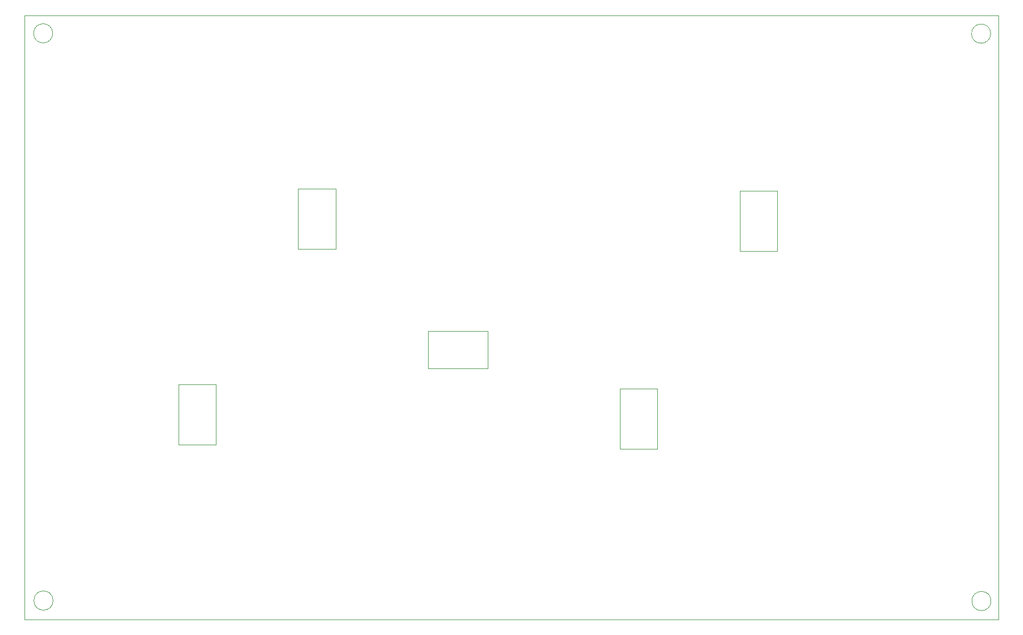
<source format=gbr>
%TF.GenerationSoftware,KiCad,Pcbnew,6.0.2+dfsg-1*%
%TF.CreationDate,2023-04-29T01:12:18-04:00*%
%TF.ProjectId,BFUSB_HUB,42465553-425f-4485-9542-2e6b69636164,rev?*%
%TF.SameCoordinates,Original*%
%TF.FileFunction,Other,User*%
%FSLAX46Y46*%
G04 Gerber Fmt 4.6, Leading zero omitted, Abs format (unit mm)*
G04 Created by KiCad (PCBNEW 6.0.2+dfsg-1) date 2023-04-29 01:12:18*
%MOMM*%
%LPD*%
G01*
G04 APERTURE LIST*
%TA.AperFunction,Profile*%
%ADD10C,0.100000*%
%TD*%
%ADD11C,0.050000*%
G04 APERTURE END LIST*
D10*
X71170000Y-15400000D02*
X225860000Y-15400000D01*
X225860000Y-15400000D02*
X225860000Y-111370000D01*
X225860000Y-111370000D02*
X71170000Y-111370000D01*
X71170000Y-111370000D02*
X71170000Y-15400000D01*
X224595691Y-18325000D02*
G75*
G03*
X224595691Y-18325000I-1520691J0D01*
G01*
X224648975Y-108425000D02*
G75*
G03*
X224648975Y-108425000I-1523975J0D01*
G01*
X75676843Y-108350000D02*
G75*
G03*
X75676843Y-108350000I-1526843J0D01*
G01*
X75620691Y-18275000D02*
G75*
G03*
X75620691Y-18275000I-1520691J0D01*
G01*
D11*
%TO.C,F4*%
X190705000Y-52830000D02*
X190705000Y-43270000D01*
X184745000Y-52830000D02*
X190705000Y-52830000D01*
X190705000Y-43270000D02*
X184745000Y-43270000D01*
X184745000Y-43270000D02*
X184745000Y-52830000D01*
%TO.C,F2*%
X144755000Y-65570000D02*
X135195000Y-65570000D01*
X135195000Y-71530000D02*
X144755000Y-71530000D01*
X135195000Y-65570000D02*
X135195000Y-71530000D01*
X144755000Y-71530000D02*
X144755000Y-65570000D01*
%TO.C,F3*%
X120555000Y-42945000D02*
X114595000Y-42945000D01*
X114595000Y-52505000D02*
X120555000Y-52505000D01*
X120555000Y-52505000D02*
X120555000Y-42945000D01*
X114595000Y-42945000D02*
X114595000Y-52505000D01*
%TO.C,F6*%
X95595000Y-74045000D02*
X95595000Y-83605000D01*
X95595000Y-83605000D02*
X101555000Y-83605000D01*
X101555000Y-83605000D02*
X101555000Y-74045000D01*
X101555000Y-74045000D02*
X95595000Y-74045000D01*
%TO.C,F5*%
X165695000Y-74695000D02*
X165695000Y-84255000D01*
X171655000Y-74695000D02*
X165695000Y-74695000D01*
X165695000Y-84255000D02*
X171655000Y-84255000D01*
X171655000Y-84255000D02*
X171655000Y-74695000D01*
%TD*%
M02*

</source>
